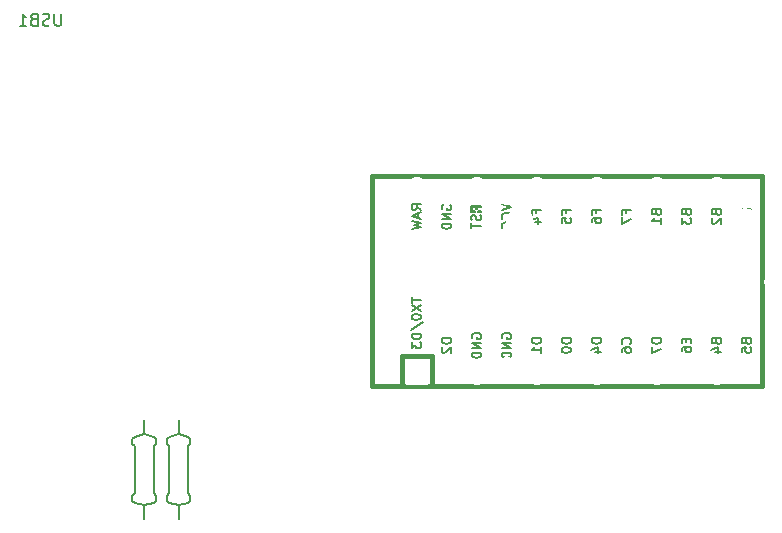
<source format=gbr>
G04 #@! TF.GenerationSoftware,KiCad,Pcbnew,5.1.2-f72e74a~84~ubuntu18.04.1*
G04 #@! TF.CreationDate,2019-05-27T19:37:11-05:00*
G04 #@! TF.ProjectId,1800muente,31383030-6d75-4656-9e74-652e6b696361,rev?*
G04 #@! TF.SameCoordinates,Original*
G04 #@! TF.FileFunction,Legend,Bot*
G04 #@! TF.FilePolarity,Positive*
%FSLAX46Y46*%
G04 Gerber Fmt 4.6, Leading zero omitted, Abs format (unit mm)*
G04 Created by KiCad (PCBNEW 5.1.2-f72e74a~84~ubuntu18.04.1) date 2019-05-27 19:37:11*
%MOMM*%
%LPD*%
G04 APERTURE LIST*
%ADD10C,0.381000*%
%ADD11C,0.150000*%
%ADD12C,2.352000*%
%ADD13C,4.089800*%
%ADD14C,1.852000*%
%ADD15C,3.150000*%
%ADD16R,2.007000X2.007000*%
%ADD17C,2.007000*%
%ADD18R,0.702000X2.552000*%
%ADD19R,0.402000X2.552000*%
%ADD20C,0.752000*%
%ADD21R,1.854600X1.854600*%
%ADD22C,1.854600*%
%ADD23C,1.753000*%
%ADD24O,1.802000X1.802000*%
%ADD25R,1.802000X1.802000*%
%ADD26R,1.753000X1.753000*%
G04 APERTURE END LIST*
D10*
X78581200Y-126873000D02*
X78581200Y-129413000D01*
X76041200Y-126873000D02*
X78581200Y-126873000D01*
D11*
G36*
X82330230Y-114478365D02*
G01*
X82430230Y-114478365D01*
X82430230Y-114378365D01*
X82330230Y-114378365D01*
X82330230Y-114478365D01*
G37*
X82330230Y-114478365D02*
X82430230Y-114478365D01*
X82430230Y-114378365D01*
X82330230Y-114378365D01*
X82330230Y-114478365D01*
G36*
X81930230Y-114278365D02*
G01*
X82730230Y-114278365D01*
X82730230Y-114178365D01*
X81930230Y-114178365D01*
X81930230Y-114278365D01*
G37*
X81930230Y-114278365D02*
X82730230Y-114278365D01*
X82730230Y-114178365D01*
X81930230Y-114178365D01*
X81930230Y-114278365D01*
G36*
X82530230Y-114678365D02*
G01*
X82730230Y-114678365D01*
X82730230Y-114578365D01*
X82530230Y-114578365D01*
X82530230Y-114678365D01*
G37*
X82530230Y-114678365D02*
X82730230Y-114678365D01*
X82730230Y-114578365D01*
X82530230Y-114578365D01*
X82530230Y-114678365D01*
G36*
X81930230Y-114678365D02*
G01*
X82230230Y-114678365D01*
X82230230Y-114578365D01*
X81930230Y-114578365D01*
X81930230Y-114678365D01*
G37*
X81930230Y-114678365D02*
X82230230Y-114678365D01*
X82230230Y-114578365D01*
X81930230Y-114578365D01*
X81930230Y-114678365D01*
G36*
X81930230Y-114678365D02*
G01*
X82030230Y-114678365D01*
X82030230Y-114178365D01*
X81930230Y-114178365D01*
X81930230Y-114678365D01*
G37*
X81930230Y-114678365D02*
X82030230Y-114678365D01*
X82030230Y-114178365D01*
X81930230Y-114178365D01*
X81930230Y-114678365D01*
D10*
X106521200Y-111633000D02*
X73501200Y-111633000D01*
X106521200Y-129413000D02*
X106521200Y-111633000D01*
X73501200Y-129413000D02*
X106521200Y-129413000D01*
X73501200Y-111633000D02*
X73501200Y-129413000D01*
X76041200Y-126873000D02*
X76041200Y-129413000D01*
D11*
X57150000Y-140725000D02*
X57150000Y-139525000D01*
X57150000Y-139525000D02*
X56350000Y-139325000D01*
X56350000Y-139325000D02*
X56150000Y-139125000D01*
X56150000Y-139125000D02*
X56150000Y-138725000D01*
X56150000Y-138725000D02*
X56350000Y-138525000D01*
X56350000Y-138525000D02*
X56350000Y-134525000D01*
X56350000Y-134525000D02*
X56150000Y-134325000D01*
X56150000Y-134325000D02*
X56150000Y-133925000D01*
X56150000Y-133925000D02*
X56350000Y-133725000D01*
X56350000Y-133725000D02*
X57150000Y-133525000D01*
X57150000Y-133525000D02*
X57950000Y-133725000D01*
X57950000Y-133725000D02*
X58150000Y-133925000D01*
X58150000Y-133925000D02*
X58150000Y-134325000D01*
X58150000Y-134325000D02*
X57950000Y-134525000D01*
X57950000Y-134525000D02*
X57950000Y-138525000D01*
X57950000Y-138525000D02*
X58150000Y-138725000D01*
X58150000Y-138725000D02*
X58150000Y-139125000D01*
X58150000Y-139125000D02*
X57950000Y-139325000D01*
X57950000Y-139325000D02*
X57150000Y-139525000D01*
X57150000Y-133525000D02*
X57150000Y-132325000D01*
X54229000Y-140725000D02*
X54229000Y-139525000D01*
X54229000Y-139525000D02*
X53429000Y-139325000D01*
X53429000Y-139325000D02*
X53229000Y-139125000D01*
X53229000Y-139125000D02*
X53229000Y-138725000D01*
X53229000Y-138725000D02*
X53429000Y-138525000D01*
X53429000Y-138525000D02*
X53429000Y-134525000D01*
X53429000Y-134525000D02*
X53229000Y-134325000D01*
X53229000Y-134325000D02*
X53229000Y-133925000D01*
X53229000Y-133925000D02*
X53429000Y-133725000D01*
X53429000Y-133725000D02*
X54229000Y-133525000D01*
X54229000Y-133525000D02*
X55029000Y-133725000D01*
X55029000Y-133725000D02*
X55229000Y-133925000D01*
X55229000Y-133925000D02*
X55229000Y-134325000D01*
X55229000Y-134325000D02*
X55029000Y-134525000D01*
X55029000Y-134525000D02*
X55029000Y-138525000D01*
X55029000Y-138525000D02*
X55229000Y-138725000D01*
X55229000Y-138725000D02*
X55229000Y-139125000D01*
X55229000Y-139125000D02*
X55029000Y-139325000D01*
X55029000Y-139325000D02*
X54229000Y-139525000D01*
X54229000Y-133525000D02*
X54229000Y-132325000D01*
X47204095Y-97917380D02*
X47204095Y-98726904D01*
X47156476Y-98822142D01*
X47108857Y-98869761D01*
X47013619Y-98917380D01*
X46823142Y-98917380D01*
X46727904Y-98869761D01*
X46680285Y-98822142D01*
X46632666Y-98726904D01*
X46632666Y-97917380D01*
X46204095Y-98869761D02*
X46061238Y-98917380D01*
X45823142Y-98917380D01*
X45727904Y-98869761D01*
X45680285Y-98822142D01*
X45632666Y-98726904D01*
X45632666Y-98631666D01*
X45680285Y-98536428D01*
X45727904Y-98488809D01*
X45823142Y-98441190D01*
X46013619Y-98393571D01*
X46108857Y-98345952D01*
X46156476Y-98298333D01*
X46204095Y-98203095D01*
X46204095Y-98107857D01*
X46156476Y-98012619D01*
X46108857Y-97965000D01*
X46013619Y-97917380D01*
X45775523Y-97917380D01*
X45632666Y-97965000D01*
X44870761Y-98393571D02*
X44727904Y-98441190D01*
X44680285Y-98488809D01*
X44632666Y-98584047D01*
X44632666Y-98726904D01*
X44680285Y-98822142D01*
X44727904Y-98869761D01*
X44823142Y-98917380D01*
X45204095Y-98917380D01*
X45204095Y-97917380D01*
X44870761Y-97917380D01*
X44775523Y-97965000D01*
X44727904Y-98012619D01*
X44680285Y-98107857D01*
X44680285Y-98203095D01*
X44727904Y-98298333D01*
X44775523Y-98345952D01*
X44870761Y-98393571D01*
X45204095Y-98393571D01*
X43680285Y-98917380D02*
X44251714Y-98917380D01*
X43966000Y-98917380D02*
X43966000Y-97917380D01*
X44061238Y-98060238D01*
X44156476Y-98155476D01*
X44251714Y-98203095D01*
X80213104Y-125393523D02*
X79413104Y-125393523D01*
X79413104Y-125584000D01*
X79451200Y-125698285D01*
X79527390Y-125774476D01*
X79603580Y-125812571D01*
X79755961Y-125850666D01*
X79870247Y-125850666D01*
X80022628Y-125812571D01*
X80098819Y-125774476D01*
X80175009Y-125698285D01*
X80213104Y-125584000D01*
X80213104Y-125393523D01*
X79489295Y-126155428D02*
X79451200Y-126193523D01*
X79413104Y-126269714D01*
X79413104Y-126460190D01*
X79451200Y-126536380D01*
X79489295Y-126574476D01*
X79565485Y-126612571D01*
X79641676Y-126612571D01*
X79755961Y-126574476D01*
X80213104Y-126117333D01*
X80213104Y-126612571D01*
X90373104Y-125393523D02*
X89573104Y-125393523D01*
X89573104Y-125584000D01*
X89611200Y-125698285D01*
X89687390Y-125774476D01*
X89763580Y-125812571D01*
X89915961Y-125850666D01*
X90030247Y-125850666D01*
X90182628Y-125812571D01*
X90258819Y-125774476D01*
X90335009Y-125698285D01*
X90373104Y-125584000D01*
X90373104Y-125393523D01*
X89573104Y-126345904D02*
X89573104Y-126422095D01*
X89611200Y-126498285D01*
X89649295Y-126536380D01*
X89725485Y-126574476D01*
X89877866Y-126612571D01*
X90068342Y-126612571D01*
X90220723Y-126574476D01*
X90296914Y-126536380D01*
X90335009Y-126498285D01*
X90373104Y-126422095D01*
X90373104Y-126345904D01*
X90335009Y-126269714D01*
X90296914Y-126231619D01*
X90220723Y-126193523D01*
X90068342Y-126155428D01*
X89877866Y-126155428D01*
X89725485Y-126193523D01*
X89649295Y-126231619D01*
X89611200Y-126269714D01*
X89573104Y-126345904D01*
X87833104Y-125393523D02*
X87033104Y-125393523D01*
X87033104Y-125584000D01*
X87071200Y-125698285D01*
X87147390Y-125774476D01*
X87223580Y-125812571D01*
X87375961Y-125850666D01*
X87490247Y-125850666D01*
X87642628Y-125812571D01*
X87718819Y-125774476D01*
X87795009Y-125698285D01*
X87833104Y-125584000D01*
X87833104Y-125393523D01*
X87833104Y-126612571D02*
X87833104Y-126155428D01*
X87833104Y-126384000D02*
X87033104Y-126384000D01*
X87147390Y-126307809D01*
X87223580Y-126231619D01*
X87261676Y-126155428D01*
X84531200Y-125374476D02*
X84493104Y-125298285D01*
X84493104Y-125184000D01*
X84531200Y-125069714D01*
X84607390Y-124993523D01*
X84683580Y-124955428D01*
X84835961Y-124917333D01*
X84950247Y-124917333D01*
X85102628Y-124955428D01*
X85178819Y-124993523D01*
X85255009Y-125069714D01*
X85293104Y-125184000D01*
X85293104Y-125260190D01*
X85255009Y-125374476D01*
X85216914Y-125412571D01*
X84950247Y-125412571D01*
X84950247Y-125260190D01*
X85293104Y-125755428D02*
X84493104Y-125755428D01*
X85293104Y-126212571D01*
X84493104Y-126212571D01*
X85293104Y-126593523D02*
X84493104Y-126593523D01*
X84493104Y-126784000D01*
X84531200Y-126898285D01*
X84607390Y-126974476D01*
X84683580Y-127012571D01*
X84835961Y-127050666D01*
X84950247Y-127050666D01*
X85102628Y-127012571D01*
X85178819Y-126974476D01*
X85255009Y-126898285D01*
X85293104Y-126784000D01*
X85293104Y-126593523D01*
X81991200Y-125374476D02*
X81953104Y-125298285D01*
X81953104Y-125184000D01*
X81991200Y-125069714D01*
X82067390Y-124993523D01*
X82143580Y-124955428D01*
X82295961Y-124917333D01*
X82410247Y-124917333D01*
X82562628Y-124955428D01*
X82638819Y-124993523D01*
X82715009Y-125069714D01*
X82753104Y-125184000D01*
X82753104Y-125260190D01*
X82715009Y-125374476D01*
X82676914Y-125412571D01*
X82410247Y-125412571D01*
X82410247Y-125260190D01*
X82753104Y-125755428D02*
X81953104Y-125755428D01*
X82753104Y-126212571D01*
X81953104Y-126212571D01*
X82753104Y-126593523D02*
X81953104Y-126593523D01*
X81953104Y-126784000D01*
X81991200Y-126898285D01*
X82067390Y-126974476D01*
X82143580Y-127012571D01*
X82295961Y-127050666D01*
X82410247Y-127050666D01*
X82562628Y-127012571D01*
X82638819Y-126974476D01*
X82715009Y-126898285D01*
X82753104Y-126784000D01*
X82753104Y-126593523D01*
X92913104Y-125393523D02*
X92113104Y-125393523D01*
X92113104Y-125584000D01*
X92151200Y-125698285D01*
X92227390Y-125774476D01*
X92303580Y-125812571D01*
X92455961Y-125850666D01*
X92570247Y-125850666D01*
X92722628Y-125812571D01*
X92798819Y-125774476D01*
X92875009Y-125698285D01*
X92913104Y-125584000D01*
X92913104Y-125393523D01*
X92379771Y-126536380D02*
X92913104Y-126536380D01*
X92075009Y-126345904D02*
X92646438Y-126155428D01*
X92646438Y-126650666D01*
X95376914Y-125850666D02*
X95415009Y-125812571D01*
X95453104Y-125698285D01*
X95453104Y-125622095D01*
X95415009Y-125507809D01*
X95338819Y-125431619D01*
X95262628Y-125393523D01*
X95110247Y-125355428D01*
X94995961Y-125355428D01*
X94843580Y-125393523D01*
X94767390Y-125431619D01*
X94691200Y-125507809D01*
X94653104Y-125622095D01*
X94653104Y-125698285D01*
X94691200Y-125812571D01*
X94729295Y-125850666D01*
X94653104Y-126536380D02*
X94653104Y-126384000D01*
X94691200Y-126307809D01*
X94729295Y-126269714D01*
X94843580Y-126193523D01*
X94995961Y-126155428D01*
X95300723Y-126155428D01*
X95376914Y-126193523D01*
X95415009Y-126231619D01*
X95453104Y-126307809D01*
X95453104Y-126460190D01*
X95415009Y-126536380D01*
X95376914Y-126574476D01*
X95300723Y-126612571D01*
X95110247Y-126612571D01*
X95034057Y-126574476D01*
X94995961Y-126536380D01*
X94957866Y-126460190D01*
X94957866Y-126307809D01*
X94995961Y-126231619D01*
X95034057Y-126193523D01*
X95110247Y-126155428D01*
X97993104Y-125393523D02*
X97193104Y-125393523D01*
X97193104Y-125584000D01*
X97231200Y-125698285D01*
X97307390Y-125774476D01*
X97383580Y-125812571D01*
X97535961Y-125850666D01*
X97650247Y-125850666D01*
X97802628Y-125812571D01*
X97878819Y-125774476D01*
X97955009Y-125698285D01*
X97993104Y-125584000D01*
X97993104Y-125393523D01*
X97193104Y-126117333D02*
X97193104Y-126650666D01*
X97993104Y-126307809D01*
X100114057Y-125431619D02*
X100114057Y-125698285D01*
X100533104Y-125812571D02*
X100533104Y-125431619D01*
X99733104Y-125431619D01*
X99733104Y-125812571D01*
X99733104Y-126498285D02*
X99733104Y-126345904D01*
X99771200Y-126269714D01*
X99809295Y-126231619D01*
X99923580Y-126155428D01*
X100075961Y-126117333D01*
X100380723Y-126117333D01*
X100456914Y-126155428D01*
X100495009Y-126193523D01*
X100533104Y-126269714D01*
X100533104Y-126422095D01*
X100495009Y-126498285D01*
X100456914Y-126536380D01*
X100380723Y-126574476D01*
X100190247Y-126574476D01*
X100114057Y-126536380D01*
X100075961Y-126498285D01*
X100037866Y-126422095D01*
X100037866Y-126269714D01*
X100075961Y-126193523D01*
X100114057Y-126155428D01*
X100190247Y-126117333D01*
X102654057Y-125660190D02*
X102692152Y-125774476D01*
X102730247Y-125812571D01*
X102806438Y-125850666D01*
X102920723Y-125850666D01*
X102996914Y-125812571D01*
X103035009Y-125774476D01*
X103073104Y-125698285D01*
X103073104Y-125393523D01*
X102273104Y-125393523D01*
X102273104Y-125660190D01*
X102311200Y-125736380D01*
X102349295Y-125774476D01*
X102425485Y-125812571D01*
X102501676Y-125812571D01*
X102577866Y-125774476D01*
X102615961Y-125736380D01*
X102654057Y-125660190D01*
X102654057Y-125393523D01*
X102539771Y-126536380D02*
X103073104Y-126536380D01*
X102235009Y-126345904D02*
X102806438Y-126155428D01*
X102806438Y-126650666D01*
X105194057Y-125660190D02*
X105232152Y-125774476D01*
X105270247Y-125812571D01*
X105346438Y-125850666D01*
X105460723Y-125850666D01*
X105536914Y-125812571D01*
X105575009Y-125774476D01*
X105613104Y-125698285D01*
X105613104Y-125393523D01*
X104813104Y-125393523D01*
X104813104Y-125660190D01*
X104851200Y-125736380D01*
X104889295Y-125774476D01*
X104965485Y-125812571D01*
X105041676Y-125812571D01*
X105117866Y-125774476D01*
X105155961Y-125736380D01*
X105194057Y-125660190D01*
X105194057Y-125393523D01*
X104813104Y-126574476D02*
X104813104Y-126193523D01*
X105194057Y-126155428D01*
X105155961Y-126193523D01*
X105117866Y-126269714D01*
X105117866Y-126460190D01*
X105155961Y-126536380D01*
X105194057Y-126574476D01*
X105270247Y-126612571D01*
X105460723Y-126612571D01*
X105536914Y-126574476D01*
X105575009Y-126536380D01*
X105613104Y-126460190D01*
X105613104Y-126269714D01*
X105575009Y-126193523D01*
X105536914Y-126155428D01*
X105194057Y-114738190D02*
X105232152Y-114852476D01*
X105270247Y-114890571D01*
X105346438Y-114928666D01*
X105460723Y-114928666D01*
X105536914Y-114890571D01*
X105575009Y-114852476D01*
X105613104Y-114776285D01*
X105613104Y-114471523D01*
X104813104Y-114471523D01*
X104813104Y-114738190D01*
X104851200Y-114814380D01*
X104889295Y-114852476D01*
X104965485Y-114890571D01*
X105041676Y-114890571D01*
X105117866Y-114852476D01*
X105155961Y-114814380D01*
X105194057Y-114738190D01*
X105194057Y-114471523D01*
X104813104Y-115614380D02*
X104813104Y-115462000D01*
X104851200Y-115385809D01*
X104889295Y-115347714D01*
X105003580Y-115271523D01*
X105155961Y-115233428D01*
X105460723Y-115233428D01*
X105536914Y-115271523D01*
X105575009Y-115309619D01*
X105613104Y-115385809D01*
X105613104Y-115538190D01*
X105575009Y-115614380D01*
X105536914Y-115652476D01*
X105460723Y-115690571D01*
X105270247Y-115690571D01*
X105194057Y-115652476D01*
X105155961Y-115614380D01*
X105117866Y-115538190D01*
X105117866Y-115385809D01*
X105155961Y-115309619D01*
X105194057Y-115271523D01*
X105270247Y-115233428D01*
X100114057Y-114738190D02*
X100152152Y-114852476D01*
X100190247Y-114890571D01*
X100266438Y-114928666D01*
X100380723Y-114928666D01*
X100456914Y-114890571D01*
X100495009Y-114852476D01*
X100533104Y-114776285D01*
X100533104Y-114471523D01*
X99733104Y-114471523D01*
X99733104Y-114738190D01*
X99771200Y-114814380D01*
X99809295Y-114852476D01*
X99885485Y-114890571D01*
X99961676Y-114890571D01*
X100037866Y-114852476D01*
X100075961Y-114814380D01*
X100114057Y-114738190D01*
X100114057Y-114471523D01*
X99733104Y-115195333D02*
X99733104Y-115690571D01*
X100037866Y-115423904D01*
X100037866Y-115538190D01*
X100075961Y-115614380D01*
X100114057Y-115652476D01*
X100190247Y-115690571D01*
X100380723Y-115690571D01*
X100456914Y-115652476D01*
X100495009Y-115614380D01*
X100533104Y-115538190D01*
X100533104Y-115309619D01*
X100495009Y-115233428D01*
X100456914Y-115195333D01*
X97574057Y-114738190D02*
X97612152Y-114852476D01*
X97650247Y-114890571D01*
X97726438Y-114928666D01*
X97840723Y-114928666D01*
X97916914Y-114890571D01*
X97955009Y-114852476D01*
X97993104Y-114776285D01*
X97993104Y-114471523D01*
X97193104Y-114471523D01*
X97193104Y-114738190D01*
X97231200Y-114814380D01*
X97269295Y-114852476D01*
X97345485Y-114890571D01*
X97421676Y-114890571D01*
X97497866Y-114852476D01*
X97535961Y-114814380D01*
X97574057Y-114738190D01*
X97574057Y-114471523D01*
X97993104Y-115690571D02*
X97993104Y-115233428D01*
X97993104Y-115462000D02*
X97193104Y-115462000D01*
X97307390Y-115385809D01*
X97383580Y-115309619D01*
X97421676Y-115233428D01*
X87414057Y-114795333D02*
X87414057Y-114528666D01*
X87833104Y-114528666D02*
X87033104Y-114528666D01*
X87033104Y-114909619D01*
X87299771Y-115557238D02*
X87833104Y-115557238D01*
X86995009Y-115366761D02*
X87566438Y-115176285D01*
X87566438Y-115671523D01*
X84493104Y-113995333D02*
X85293104Y-114262000D01*
X84493104Y-114528666D01*
X85216914Y-115252476D02*
X85255009Y-115214380D01*
X85293104Y-115100095D01*
X85293104Y-115023904D01*
X85255009Y-114909619D01*
X85178819Y-114833428D01*
X85102628Y-114795333D01*
X84950247Y-114757238D01*
X84835961Y-114757238D01*
X84683580Y-114795333D01*
X84607390Y-114833428D01*
X84531200Y-114909619D01*
X84493104Y-115023904D01*
X84493104Y-115100095D01*
X84531200Y-115214380D01*
X84569295Y-115252476D01*
X85216914Y-116052476D02*
X85255009Y-116014380D01*
X85293104Y-115900095D01*
X85293104Y-115823904D01*
X85255009Y-115709619D01*
X85178819Y-115633428D01*
X85102628Y-115595333D01*
X84950247Y-115557238D01*
X84835961Y-115557238D01*
X84683580Y-115595333D01*
X84607390Y-115633428D01*
X84531200Y-115709619D01*
X84493104Y-115823904D01*
X84493104Y-115900095D01*
X84531200Y-116014380D01*
X84569295Y-116052476D01*
X79451200Y-114452476D02*
X79413104Y-114376285D01*
X79413104Y-114262000D01*
X79451200Y-114147714D01*
X79527390Y-114071523D01*
X79603580Y-114033428D01*
X79755961Y-113995333D01*
X79870247Y-113995333D01*
X80022628Y-114033428D01*
X80098819Y-114071523D01*
X80175009Y-114147714D01*
X80213104Y-114262000D01*
X80213104Y-114338190D01*
X80175009Y-114452476D01*
X80136914Y-114490571D01*
X79870247Y-114490571D01*
X79870247Y-114338190D01*
X80213104Y-114833428D02*
X79413104Y-114833428D01*
X80213104Y-115290571D01*
X79413104Y-115290571D01*
X80213104Y-115671523D02*
X79413104Y-115671523D01*
X79413104Y-115862000D01*
X79451200Y-115976285D01*
X79527390Y-116052476D01*
X79603580Y-116090571D01*
X79755961Y-116128666D01*
X79870247Y-116128666D01*
X80022628Y-116090571D01*
X80098819Y-116052476D01*
X80175009Y-115976285D01*
X80213104Y-115862000D01*
X80213104Y-115671523D01*
X77673104Y-114509619D02*
X77292152Y-114242952D01*
X77673104Y-114052476D02*
X76873104Y-114052476D01*
X76873104Y-114357238D01*
X76911200Y-114433428D01*
X76949295Y-114471523D01*
X77025485Y-114509619D01*
X77139771Y-114509619D01*
X77215961Y-114471523D01*
X77254057Y-114433428D01*
X77292152Y-114357238D01*
X77292152Y-114052476D01*
X77444533Y-114814380D02*
X77444533Y-115195333D01*
X77673104Y-114738190D02*
X76873104Y-115004857D01*
X77673104Y-115271523D01*
X76873104Y-115462000D02*
X77673104Y-115652476D01*
X77101676Y-115804857D01*
X77673104Y-115957238D01*
X76873104Y-116147714D01*
X89954057Y-114795333D02*
X89954057Y-114528666D01*
X90373104Y-114528666D02*
X89573104Y-114528666D01*
X89573104Y-114909619D01*
X89573104Y-115595333D02*
X89573104Y-115214380D01*
X89954057Y-115176285D01*
X89915961Y-115214380D01*
X89877866Y-115290571D01*
X89877866Y-115481047D01*
X89915961Y-115557238D01*
X89954057Y-115595333D01*
X90030247Y-115633428D01*
X90220723Y-115633428D01*
X90296914Y-115595333D01*
X90335009Y-115557238D01*
X90373104Y-115481047D01*
X90373104Y-115290571D01*
X90335009Y-115214380D01*
X90296914Y-115176285D01*
X92494057Y-114795333D02*
X92494057Y-114528666D01*
X92913104Y-114528666D02*
X92113104Y-114528666D01*
X92113104Y-114909619D01*
X92113104Y-115557238D02*
X92113104Y-115404857D01*
X92151200Y-115328666D01*
X92189295Y-115290571D01*
X92303580Y-115214380D01*
X92455961Y-115176285D01*
X92760723Y-115176285D01*
X92836914Y-115214380D01*
X92875009Y-115252476D01*
X92913104Y-115328666D01*
X92913104Y-115481047D01*
X92875009Y-115557238D01*
X92836914Y-115595333D01*
X92760723Y-115633428D01*
X92570247Y-115633428D01*
X92494057Y-115595333D01*
X92455961Y-115557238D01*
X92417866Y-115481047D01*
X92417866Y-115328666D01*
X92455961Y-115252476D01*
X92494057Y-115214380D01*
X92570247Y-115176285D01*
X95034057Y-114795333D02*
X95034057Y-114528666D01*
X95453104Y-114528666D02*
X94653104Y-114528666D01*
X94653104Y-114909619D01*
X94653104Y-115138190D02*
X94653104Y-115671523D01*
X95453104Y-115328666D01*
X102654057Y-114738190D02*
X102692152Y-114852476D01*
X102730247Y-114890571D01*
X102806438Y-114928666D01*
X102920723Y-114928666D01*
X102996914Y-114890571D01*
X103035009Y-114852476D01*
X103073104Y-114776285D01*
X103073104Y-114471523D01*
X102273104Y-114471523D01*
X102273104Y-114738190D01*
X102311200Y-114814380D01*
X102349295Y-114852476D01*
X102425485Y-114890571D01*
X102501676Y-114890571D01*
X102577866Y-114852476D01*
X102615961Y-114814380D01*
X102654057Y-114738190D01*
X102654057Y-114471523D01*
X102349295Y-115233428D02*
X102311200Y-115271523D01*
X102273104Y-115347714D01*
X102273104Y-115538190D01*
X102311200Y-115614380D01*
X102349295Y-115652476D01*
X102425485Y-115690571D01*
X102501676Y-115690571D01*
X102615961Y-115652476D01*
X103073104Y-115195333D01*
X103073104Y-115690571D01*
X76873104Y-121904395D02*
X76873104Y-122361538D01*
X77673104Y-122132967D02*
X76873104Y-122132967D01*
X76873104Y-122552014D02*
X77673104Y-123085348D01*
X76873104Y-123085348D02*
X77673104Y-122552014D01*
X76873104Y-123542491D02*
X76873104Y-123618681D01*
X76911200Y-123694872D01*
X76949295Y-123732967D01*
X77025485Y-123771062D01*
X77177866Y-123809157D01*
X77368342Y-123809157D01*
X77520723Y-123771062D01*
X77596914Y-123732967D01*
X77635009Y-123694872D01*
X77673104Y-123618681D01*
X77673104Y-123542491D01*
X77635009Y-123466300D01*
X77596914Y-123428205D01*
X77520723Y-123390110D01*
X77368342Y-123352014D01*
X77177866Y-123352014D01*
X77025485Y-123390110D01*
X76949295Y-123428205D01*
X76911200Y-123466300D01*
X76873104Y-123542491D01*
X76835009Y-124723443D02*
X77863580Y-124037729D01*
X77673104Y-124990110D02*
X76873104Y-124990110D01*
X76873104Y-125180586D01*
X76911200Y-125294872D01*
X76987390Y-125371062D01*
X77063580Y-125409157D01*
X77215961Y-125447252D01*
X77330247Y-125447252D01*
X77482628Y-125409157D01*
X77558819Y-125371062D01*
X77635009Y-125294872D01*
X77673104Y-125180586D01*
X77673104Y-124990110D01*
X76873104Y-125713919D02*
X76873104Y-126209157D01*
X77177866Y-125942491D01*
X77177866Y-126056776D01*
X77215961Y-126132967D01*
X77254057Y-126171062D01*
X77330247Y-126209157D01*
X77520723Y-126209157D01*
X77596914Y-126171062D01*
X77635009Y-126132967D01*
X77673104Y-126056776D01*
X77673104Y-125828205D01*
X77635009Y-125752014D01*
X77596914Y-125713919D01*
X82695009Y-114949666D02*
X82733104Y-115063952D01*
X82733104Y-115254428D01*
X82695009Y-115330619D01*
X82656914Y-115368714D01*
X82580723Y-115406809D01*
X82504533Y-115406809D01*
X82428342Y-115368714D01*
X82390247Y-115330619D01*
X82352152Y-115254428D01*
X82314057Y-115102047D01*
X82275961Y-115025857D01*
X82237866Y-114987761D01*
X82161676Y-114949666D01*
X82085485Y-114949666D01*
X82009295Y-114987761D01*
X81971200Y-115025857D01*
X81933104Y-115102047D01*
X81933104Y-115292523D01*
X81971200Y-115406809D01*
X81933104Y-115635380D02*
X81933104Y-116092523D01*
X82733104Y-115863952D02*
X81933104Y-115863952D01*
%LPC*%
D12*
X390870000Y-163190000D03*
D13*
X388330000Y-168270000D03*
D12*
X384520000Y-165730000D03*
D14*
X383250000Y-168270000D03*
X393410000Y-168270000D03*
D15*
X395315000Y-156363750D03*
X395315000Y-180176250D03*
D13*
X380075000Y-156363750D03*
X380075000Y-180176250D03*
D12*
X390870000Y-125090000D03*
D13*
X388330000Y-130170000D03*
D12*
X384520000Y-127630000D03*
D14*
X383250000Y-130170000D03*
X393410000Y-130170000D03*
D15*
X395315000Y-118263750D03*
X395315000Y-142076250D03*
D13*
X380075000Y-118263750D03*
X380075000Y-142076250D03*
D12*
X159889000Y-172715000D03*
D13*
X157349000Y-177795000D03*
D12*
X153539000Y-175255000D03*
D14*
X152269000Y-177795000D03*
X162429000Y-177795000D03*
D15*
X107349100Y-170810000D03*
X207348900Y-170810000D03*
D13*
X107349100Y-186050000D03*
X207348900Y-186050000D03*
D12*
X233708000Y-172715000D03*
D13*
X231168000Y-177795000D03*
D12*
X227358000Y-175255000D03*
D14*
X226088000Y-177795000D03*
X236248000Y-177795000D03*
D12*
X262283000Y-172715000D03*
D13*
X259743000Y-177795000D03*
D12*
X255933000Y-175255000D03*
D14*
X254663000Y-177795000D03*
X264823000Y-177795000D03*
D12*
X278952000Y-153665000D03*
D13*
X276412000Y-158745000D03*
D12*
X272602000Y-156205000D03*
D14*
X271332000Y-158745000D03*
X281492000Y-158745000D03*
D13*
X308479000Y-118232000D03*
X308479000Y-142108000D03*
D15*
X293239000Y-118232000D03*
X293239000Y-142108000D03*
D14*
X305304000Y-130170000D03*
X295144000Y-130170000D03*
D16*
X301494000Y-135250000D03*
D17*
X298954000Y-135250000D03*
D12*
X296414000Y-127630000D03*
D13*
X300224000Y-130170000D03*
D12*
X302764000Y-125090000D03*
X295620000Y-96515000D03*
D13*
X293080000Y-101595000D03*
D12*
X289270000Y-99055000D03*
D14*
X288000000Y-101595000D03*
X298160000Y-101595000D03*
D15*
X281173750Y-94610000D03*
X304986250Y-94610000D03*
D13*
X281173750Y-109850000D03*
X304986250Y-109850000D03*
D12*
X40826700Y-153665000D03*
D13*
X38286700Y-158745000D03*
D12*
X34476700Y-156205000D03*
D14*
X33206700Y-158745000D03*
X43366700Y-158745000D03*
D12*
X88451700Y-172715000D03*
D13*
X85911700Y-177795000D03*
D12*
X82101700Y-175255000D03*
D14*
X80831700Y-177795000D03*
X90991700Y-177795000D03*
D12*
X64639200Y-172715000D03*
D13*
X62099200Y-177795000D03*
D12*
X58289200Y-175255000D03*
D14*
X57019200Y-177795000D03*
X67179200Y-177795000D03*
D12*
X40826700Y-172715000D03*
D13*
X38286700Y-177795000D03*
D12*
X34476700Y-175255000D03*
D14*
X33206700Y-177795000D03*
X43366700Y-177795000D03*
D12*
X45589200Y-134615000D03*
D13*
X43049200Y-139695000D03*
D12*
X39239200Y-137155000D03*
D14*
X37969200Y-139695000D03*
X48129200Y-139695000D03*
D12*
X43207900Y-115565000D03*
D13*
X40667900Y-120645000D03*
D12*
X36857900Y-118105000D03*
D14*
X35587900Y-120645000D03*
X45747900Y-120645000D03*
D18*
X48691000Y-96460000D03*
X42241000Y-96460000D03*
X47916000Y-96460000D03*
X43016000Y-96460000D03*
D19*
X43716000Y-96460000D03*
X47216000Y-96460000D03*
X44216000Y-96460000D03*
X46716000Y-96460000D03*
X44716000Y-96460000D03*
X46216000Y-96460000D03*
X45716000Y-96460000D03*
X45216000Y-96460000D03*
D20*
X48356000Y-94515000D03*
X42576000Y-94515000D03*
D12*
X143220000Y-115565000D03*
D13*
X140680000Y-120645000D03*
D12*
X136870000Y-118105000D03*
D14*
X135600000Y-120645000D03*
X145760000Y-120645000D03*
D12*
X171795000Y-96515000D03*
D13*
X169255000Y-101595000D03*
D12*
X165445000Y-99055000D03*
D14*
X164175000Y-101595000D03*
X174335000Y-101595000D03*
D12*
X167033000Y-134615000D03*
D13*
X164493000Y-139695000D03*
D12*
X160683000Y-137155000D03*
D14*
X159413000Y-139695000D03*
X169573000Y-139695000D03*
D12*
X138458000Y-153665000D03*
D13*
X135918000Y-158745000D03*
D12*
X132108000Y-156205000D03*
D14*
X130838000Y-158745000D03*
X140998000Y-158745000D03*
D12*
X95595400Y-96515000D03*
D13*
X93055400Y-101595000D03*
D12*
X89245400Y-99055000D03*
D14*
X87975400Y-101595000D03*
X98135400Y-101595000D03*
D12*
X71782900Y-134615000D03*
D13*
X69242900Y-139695000D03*
D12*
X65432900Y-137155000D03*
D14*
X64162900Y-139695000D03*
X74322900Y-139695000D03*
D12*
X186083000Y-134615000D03*
D13*
X183543000Y-139695000D03*
D12*
X179733000Y-137155000D03*
D14*
X178463000Y-139695000D03*
X188623000Y-139695000D03*
D12*
X181320000Y-115565000D03*
D13*
X178780000Y-120645000D03*
D12*
X174970000Y-118105000D03*
D14*
X173700000Y-120645000D03*
X183860000Y-120645000D03*
D12*
X147983000Y-134615000D03*
D13*
X145443000Y-139695000D03*
D12*
X141633000Y-137155000D03*
D14*
X140363000Y-139695000D03*
X150523000Y-139695000D03*
D12*
X190845000Y-96515000D03*
D13*
X188305000Y-101595000D03*
D12*
X184495000Y-99055000D03*
D14*
X183225000Y-101595000D03*
X193385000Y-101595000D03*
D12*
X333720000Y-96515000D03*
D13*
X331180000Y-101595000D03*
D12*
X327370000Y-99055000D03*
D14*
X326100000Y-101595000D03*
X336260000Y-101595000D03*
D12*
X157508000Y-153665000D03*
D13*
X154968000Y-158745000D03*
D12*
X151158000Y-156205000D03*
D14*
X149888000Y-158745000D03*
X160048000Y-158745000D03*
D12*
X152745000Y-96515000D03*
D13*
X150205000Y-101595000D03*
D12*
X146395000Y-99055000D03*
D14*
X145125000Y-101595000D03*
X155285000Y-101595000D03*
D12*
X333720000Y-153665000D03*
D13*
X331180000Y-158745000D03*
D12*
X327370000Y-156205000D03*
D14*
X326100000Y-158745000D03*
X336260000Y-158745000D03*
D12*
X309908000Y-158427000D03*
D13*
X307368000Y-163507000D03*
D12*
X303558000Y-160967000D03*
D14*
X302288000Y-163507000D03*
X312448000Y-163507000D03*
D12*
X290858000Y-177477000D03*
D13*
X288318000Y-182557000D03*
D12*
X284508000Y-180017000D03*
D14*
X283238000Y-182557000D03*
X293398000Y-182557000D03*
D12*
X209895000Y-96515000D03*
D13*
X207355000Y-101595000D03*
D12*
X203545000Y-99055000D03*
D14*
X202275000Y-101595000D03*
X212435000Y-101595000D03*
D12*
X281333000Y-134615000D03*
D13*
X278793000Y-139695000D03*
D12*
X274983000Y-137155000D03*
D14*
X273713000Y-139695000D03*
X283873000Y-139695000D03*
D12*
X214658000Y-153665000D03*
D13*
X212118000Y-158745000D03*
D12*
X208308000Y-156205000D03*
D14*
X207038000Y-158745000D03*
X217198000Y-158745000D03*
D12*
X224183000Y-134615000D03*
D13*
X221643000Y-139695000D03*
D12*
X217833000Y-137155000D03*
D14*
X216563000Y-139695000D03*
X226723000Y-139695000D03*
D12*
X371820000Y-153665000D03*
D13*
X369280000Y-158745000D03*
D12*
X365470000Y-156205000D03*
D14*
X364200000Y-158745000D03*
X374360000Y-158745000D03*
D12*
X238470000Y-115565000D03*
D13*
X235930000Y-120645000D03*
D12*
X232120000Y-118105000D03*
D14*
X230850000Y-120645000D03*
X241010000Y-120645000D03*
D12*
X352770000Y-115565000D03*
D13*
X350230000Y-120645000D03*
D12*
X346420000Y-118105000D03*
D14*
X345150000Y-120645000D03*
X355310000Y-120645000D03*
D12*
X371820000Y-134615000D03*
D13*
X369280000Y-139695000D03*
D12*
X365470000Y-137155000D03*
D14*
X364200000Y-139695000D03*
X374360000Y-139695000D03*
D12*
X114645000Y-96515000D03*
D13*
X112105000Y-101595000D03*
D12*
X108295000Y-99055000D03*
D14*
X107025000Y-101595000D03*
X117185000Y-101595000D03*
D12*
X252758000Y-153665000D03*
D13*
X250218000Y-158745000D03*
D12*
X246408000Y-156205000D03*
D14*
X245138000Y-158745000D03*
X255298000Y-158745000D03*
D12*
X81307900Y-153665000D03*
D13*
X78767900Y-158745000D03*
D12*
X74957900Y-156205000D03*
D14*
X73687900Y-158745000D03*
X83847900Y-158745000D03*
D12*
X390870000Y-96515000D03*
D13*
X388330000Y-101595000D03*
D12*
X384520000Y-99055000D03*
D14*
X383250000Y-101595000D03*
X393410000Y-101595000D03*
D12*
X90832900Y-134615000D03*
D13*
X88292900Y-139695000D03*
D12*
X84482900Y-137155000D03*
D14*
X83212900Y-139695000D03*
X93372900Y-139695000D03*
D12*
X133695000Y-96515000D03*
D13*
X131155000Y-101595000D03*
D12*
X127345000Y-99055000D03*
D14*
X126075000Y-101595000D03*
X136235000Y-101595000D03*
D12*
X67020400Y-115565000D03*
D13*
X64480400Y-120645000D03*
D12*
X60670400Y-118105000D03*
D14*
X59400400Y-120645000D03*
X69560400Y-120645000D03*
D12*
X176558000Y-153665000D03*
D13*
X174018000Y-158745000D03*
D12*
X170208000Y-156205000D03*
D14*
X168938000Y-158745000D03*
X179098000Y-158745000D03*
D12*
X124170000Y-115565000D03*
D13*
X121630000Y-120645000D03*
D12*
X117820000Y-118105000D03*
D14*
X116550000Y-120645000D03*
X126710000Y-120645000D03*
D12*
X86070400Y-115565000D03*
D13*
X83530400Y-120645000D03*
D12*
X79720400Y-118105000D03*
D14*
X78450400Y-120645000D03*
X88610400Y-120645000D03*
D12*
X162270000Y-115565000D03*
D13*
X159730000Y-120645000D03*
D12*
X155920000Y-118105000D03*
D14*
X154650000Y-120645000D03*
X164810000Y-120645000D03*
D12*
X38445400Y-96515000D03*
D13*
X35905400Y-101595000D03*
D12*
X32095400Y-99055000D03*
D14*
X30825400Y-101595000D03*
X40985400Y-101595000D03*
D12*
X309908000Y-177477000D03*
D13*
X307368000Y-182557000D03*
D12*
X303558000Y-180017000D03*
D14*
X302288000Y-182557000D03*
X312448000Y-182557000D03*
D12*
X109883000Y-134615000D03*
D13*
X107343000Y-139695000D03*
D12*
X103533000Y-137155000D03*
D14*
X102263000Y-139695000D03*
X112423000Y-139695000D03*
D12*
X267045000Y-96515000D03*
D13*
X264505000Y-101595000D03*
D12*
X260695000Y-99055000D03*
D14*
X259425000Y-101595000D03*
X269585000Y-101595000D03*
D12*
X352770000Y-96515000D03*
D13*
X350230000Y-101595000D03*
D12*
X346420000Y-99055000D03*
D14*
X345150000Y-101595000D03*
X355310000Y-101595000D03*
D12*
X371820000Y-115565000D03*
D13*
X369280000Y-120645000D03*
D12*
X365470000Y-118105000D03*
D14*
X364200000Y-120645000D03*
X374360000Y-120645000D03*
D12*
X371820000Y-96515000D03*
D13*
X369280000Y-101595000D03*
D12*
X365470000Y-99055000D03*
D14*
X364200000Y-101595000D03*
X374360000Y-101595000D03*
D12*
X352770000Y-134615000D03*
D13*
X350230000Y-139695000D03*
D12*
X346420000Y-137155000D03*
D14*
X345150000Y-139695000D03*
X355310000Y-139695000D03*
D12*
X257520000Y-115565000D03*
D13*
X254980000Y-120645000D03*
D12*
X251170000Y-118105000D03*
D14*
X249900000Y-120645000D03*
X260060000Y-120645000D03*
D12*
X100357900Y-153665000D03*
D13*
X97817900Y-158745000D03*
D12*
X94007900Y-156205000D03*
D14*
X92737900Y-158745000D03*
X102897900Y-158745000D03*
D12*
X219420000Y-115565000D03*
D13*
X216880000Y-120645000D03*
D12*
X213070000Y-118105000D03*
D14*
X211800000Y-120645000D03*
X221960000Y-120645000D03*
D12*
X243233000Y-134615000D03*
D13*
X240693000Y-139695000D03*
D12*
X236883000Y-137155000D03*
D14*
X235613000Y-139695000D03*
X245773000Y-139695000D03*
D12*
X371820000Y-172715000D03*
D13*
X369280000Y-177795000D03*
D12*
X365470000Y-175255000D03*
D14*
X364200000Y-177795000D03*
X374360000Y-177795000D03*
D12*
X228945000Y-96515000D03*
D13*
X226405000Y-101595000D03*
D12*
X222595000Y-99055000D03*
D14*
X221325000Y-101595000D03*
X231485000Y-101595000D03*
D12*
X352770000Y-153665000D03*
D13*
X350230000Y-158745000D03*
D12*
X346420000Y-156205000D03*
D14*
X345150000Y-158745000D03*
X355310000Y-158745000D03*
D12*
X352770000Y-172715000D03*
D13*
X350230000Y-177795000D03*
D12*
X346420000Y-175255000D03*
D14*
X345150000Y-177795000D03*
X355310000Y-177795000D03*
D12*
X328958000Y-177477000D03*
D13*
X326418000Y-182557000D03*
D12*
X322608000Y-180017000D03*
D14*
X321338000Y-182557000D03*
X331498000Y-182557000D03*
D12*
X262283000Y-134615000D03*
D13*
X259743000Y-139695000D03*
D12*
X255933000Y-137155000D03*
D14*
X254663000Y-139695000D03*
X264823000Y-139695000D03*
D12*
X200370000Y-115565000D03*
D13*
X197830000Y-120645000D03*
D12*
X194020000Y-118105000D03*
D14*
X192750000Y-120645000D03*
X202910000Y-120645000D03*
D12*
X233708000Y-153665000D03*
D13*
X231168000Y-158745000D03*
D12*
X227358000Y-156205000D03*
D14*
X226088000Y-158745000D03*
X236248000Y-158745000D03*
D12*
X128933000Y-134615000D03*
D13*
X126393000Y-139695000D03*
D12*
X122583000Y-137155000D03*
D14*
X121313000Y-139695000D03*
X131473000Y-139695000D03*
D12*
X247995000Y-96515000D03*
D13*
X245455000Y-101595000D03*
D12*
X241645000Y-99055000D03*
D14*
X240375000Y-101595000D03*
X250535000Y-101595000D03*
D12*
X119408000Y-153665000D03*
D13*
X116868000Y-158745000D03*
D12*
X113058000Y-156205000D03*
D14*
X111788000Y-158745000D03*
X121948000Y-158745000D03*
D12*
X276570000Y-115565000D03*
D13*
X274030000Y-120645000D03*
D12*
X270220000Y-118105000D03*
D14*
X268950000Y-120645000D03*
X279110000Y-120645000D03*
D12*
X57495400Y-96515000D03*
D13*
X54955400Y-101595000D03*
D12*
X51145400Y-99055000D03*
D14*
X49875400Y-101595000D03*
X60035400Y-101595000D03*
D12*
X62257900Y-153665000D03*
D13*
X59717900Y-158745000D03*
D12*
X55907900Y-156205000D03*
D14*
X54637900Y-158745000D03*
X64797900Y-158745000D03*
D12*
X333720000Y-134615000D03*
D13*
X331180000Y-139695000D03*
D12*
X327370000Y-137155000D03*
D14*
X326100000Y-139695000D03*
X336260000Y-139695000D03*
D12*
X105120000Y-115565000D03*
D13*
X102580000Y-120645000D03*
D12*
X98770000Y-118105000D03*
D14*
X97500000Y-120645000D03*
X107660000Y-120645000D03*
D12*
X76545400Y-96515000D03*
D13*
X74005400Y-101595000D03*
D12*
X70195400Y-99055000D03*
D14*
X68925400Y-101595000D03*
X79085400Y-101595000D03*
D12*
X333720000Y-115565000D03*
D13*
X331180000Y-120645000D03*
D12*
X327370000Y-118105000D03*
D14*
X326100000Y-120645000D03*
X336260000Y-120645000D03*
D12*
X195608000Y-153665000D03*
D13*
X193068000Y-158745000D03*
D12*
X189258000Y-156205000D03*
D14*
X187988000Y-158745000D03*
X198148000Y-158745000D03*
D12*
X205133000Y-134615000D03*
D13*
X202593000Y-139695000D03*
D12*
X198783000Y-137155000D03*
D14*
X197513000Y-139695000D03*
X207673000Y-139695000D03*
D21*
X77311200Y-128371600D03*
D22*
X79851200Y-127914400D03*
X82391200Y-128371600D03*
X84931200Y-127914400D03*
X87471200Y-128371600D03*
X90011200Y-127914400D03*
X92551200Y-128371600D03*
X95091200Y-127914400D03*
X97631200Y-128371600D03*
X100171200Y-127914400D03*
X102711200Y-128371600D03*
X105251200Y-113131600D03*
X102711200Y-112674400D03*
X100171200Y-113131600D03*
X97631200Y-112674400D03*
X95091200Y-113131600D03*
X92551200Y-112674400D03*
X90011200Y-113131600D03*
X87471200Y-112674400D03*
X84931200Y-113131600D03*
X82391200Y-112674400D03*
X79851200Y-113131600D03*
X105251200Y-127914400D03*
X77311200Y-112674400D03*
D23*
X57150000Y-131445000D03*
X57150000Y-141605000D03*
X54229000Y-131445000D03*
X54229000Y-141605000D03*
D24*
X53086000Y-123825000D03*
X53086000Y-121285000D03*
X53086000Y-118745000D03*
D25*
X53086000Y-116205000D03*
D23*
X203545000Y-109215000D03*
D26*
X211165000Y-109215000D03*
D23*
X36857900Y-128265000D03*
D26*
X44477900Y-128265000D03*
D23*
X39239200Y-147315000D03*
D26*
X46859200Y-147315000D03*
X268315000Y-109215000D03*
D23*
X260695000Y-109215000D03*
D26*
X173065000Y-109215000D03*
D23*
X165445000Y-109215000D03*
X108295000Y-107156000D03*
D26*
X115915000Y-107156000D03*
X263553000Y-185415000D03*
D23*
X255933000Y-185415000D03*
X55907900Y-166365000D03*
D26*
X63527900Y-166365000D03*
X296890000Y-109215000D03*
D23*
X289270000Y-109215000D03*
D26*
X249265000Y-109215000D03*
D23*
X241645000Y-109215000D03*
D26*
X120678000Y-166365000D03*
D23*
X113058000Y-166365000D03*
X251170000Y-128265000D03*
D26*
X258790000Y-128265000D03*
X65909200Y-185415000D03*
D23*
X58289200Y-185415000D03*
X82101700Y-185415000D03*
D26*
X89721700Y-185415000D03*
X354040000Y-166365000D03*
D23*
X346420000Y-166365000D03*
X303558000Y-171127000D03*
D26*
X311178000Y-171127000D03*
X373090000Y-109215000D03*
D23*
X365470000Y-109215000D03*
X117820000Y-128265000D03*
D26*
X125440000Y-128265000D03*
D23*
X227358000Y-185415000D03*
D26*
X234978000Y-185415000D03*
X201640000Y-128265000D03*
D23*
X194020000Y-128265000D03*
X346420000Y-185415000D03*
D26*
X354040000Y-185415000D03*
D23*
X303558000Y-190177000D03*
D26*
X311178000Y-190177000D03*
D23*
X222595000Y-109215000D03*
D26*
X230215000Y-109215000D03*
X96865400Y-107156000D03*
D23*
X89245400Y-107156000D03*
D26*
X134965000Y-109215000D03*
D23*
X127345000Y-109215000D03*
X32095400Y-109215000D03*
D26*
X39715400Y-109215000D03*
D23*
X198783000Y-147315000D03*
D26*
X206403000Y-147315000D03*
D23*
X346420000Y-109215000D03*
D26*
X354040000Y-109215000D03*
X334990000Y-109215000D03*
D23*
X327370000Y-109215000D03*
X365470000Y-128265000D03*
D26*
X373090000Y-128265000D03*
D23*
X184495000Y-109215000D03*
D26*
X192115000Y-109215000D03*
D23*
X272602000Y-166365000D03*
D26*
X280222000Y-166365000D03*
X392140000Y-175890000D03*
D23*
X384520000Y-175890000D03*
X365470000Y-147315000D03*
D26*
X373090000Y-147315000D03*
X177828000Y-166365000D03*
D23*
X170208000Y-166365000D03*
D26*
X373090000Y-185415000D03*
D23*
X365470000Y-185415000D03*
D26*
X304034000Y-137790000D03*
D23*
X296414000Y-137790000D03*
X270220000Y-128265000D03*
D26*
X277840000Y-128265000D03*
X163540000Y-128265000D03*
D23*
X155920000Y-128265000D03*
X70195400Y-107156000D03*
D26*
X77815400Y-107156000D03*
D23*
X34476700Y-166365000D03*
D26*
X42096700Y-166365000D03*
D23*
X174970000Y-128265000D03*
D26*
X182590000Y-128265000D03*
X234978000Y-166365000D03*
D23*
X227358000Y-166365000D03*
X236883000Y-147315000D03*
D26*
X244503000Y-147315000D03*
X239740000Y-128265000D03*
D23*
X232120000Y-128265000D03*
D26*
X196878000Y-166365000D03*
D23*
X189258000Y-166365000D03*
D26*
X187353000Y-147315000D03*
D23*
X179733000Y-147315000D03*
X213070000Y-128265000D03*
D26*
X220690000Y-128265000D03*
D23*
X274983000Y-147315000D03*
D26*
X282603000Y-147315000D03*
D23*
X208308000Y-166365000D03*
D26*
X215928000Y-166365000D03*
D23*
X151158000Y-166365000D03*
D26*
X158778000Y-166365000D03*
X263553000Y-147315000D03*
D23*
X255933000Y-147315000D03*
D26*
X354040000Y-147315000D03*
D23*
X346420000Y-147315000D03*
D26*
X161159000Y-185415000D03*
D23*
X153539000Y-185415000D03*
X141633000Y-147315000D03*
D26*
X149253000Y-147315000D03*
D23*
X346420000Y-128265000D03*
D26*
X354040000Y-128265000D03*
D23*
X146395000Y-109215000D03*
D26*
X154015000Y-109215000D03*
X111153000Y-147315000D03*
D23*
X103533000Y-147315000D03*
X98770000Y-130969000D03*
D26*
X106390000Y-130969000D03*
X87340400Y-130969000D03*
D23*
X79720400Y-130969000D03*
D26*
X392140000Y-137790000D03*
D23*
X384520000Y-137790000D03*
D26*
X392140000Y-109215000D03*
D23*
X384520000Y-109215000D03*
X65432900Y-147315000D03*
D26*
X73052900Y-147315000D03*
X144490000Y-128265000D03*
D23*
X136870000Y-128265000D03*
D26*
X292128000Y-190177000D03*
D23*
X284508000Y-190177000D03*
D26*
X334990000Y-128265000D03*
D23*
X327370000Y-128265000D03*
D26*
X334990000Y-147315000D03*
D23*
X327370000Y-147315000D03*
D26*
X42096700Y-185415000D03*
D23*
X34476700Y-185415000D03*
X84482900Y-147315000D03*
D26*
X92102900Y-147315000D03*
X82577900Y-166365000D03*
D23*
X74957900Y-166365000D03*
D26*
X101627900Y-166365000D03*
D23*
X94007900Y-166365000D03*
D26*
X330228000Y-190177000D03*
D23*
X322608000Y-190177000D03*
X60670400Y-128265000D03*
D26*
X68290400Y-128265000D03*
D23*
X246408000Y-166365000D03*
D26*
X254028000Y-166365000D03*
D23*
X51145400Y-109215000D03*
D26*
X58765400Y-109215000D03*
X373090000Y-166365000D03*
D23*
X365470000Y-166365000D03*
X122583000Y-147315000D03*
D26*
X130203000Y-147315000D03*
D23*
X217833000Y-147315000D03*
D26*
X225453000Y-147315000D03*
X168303000Y-147315000D03*
D23*
X160683000Y-147315000D03*
X327370000Y-166365000D03*
D26*
X334990000Y-166365000D03*
D23*
X132108000Y-166365000D03*
D26*
X139728000Y-166365000D03*
M02*

</source>
